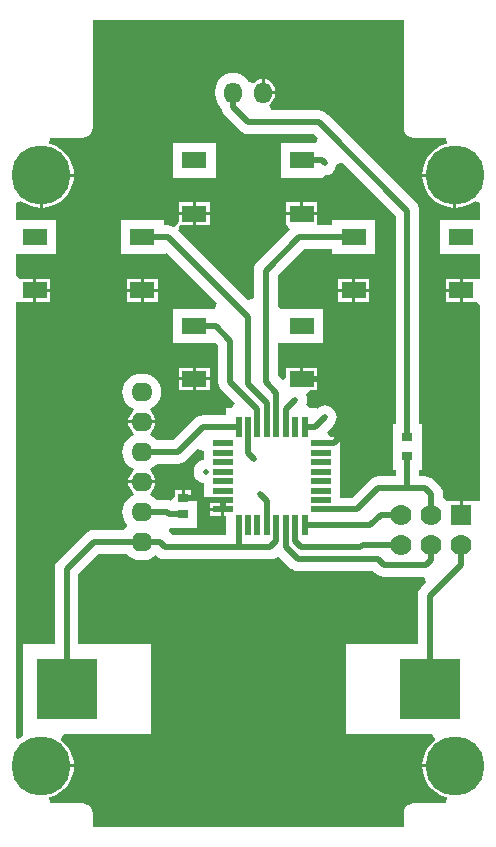
<source format=gtl>
%FSLAX25Y25*%
%MOIN*%
G70*
G01*
G75*
G04 Layer_Physical_Order=1*
G04 Layer_Color=255*
%ADD10R,0.20000X0.20000*%
%ADD11R,0.31200X0.31200*%
%ADD12R,0.03543X0.03150*%
%ADD13R,0.08268X0.05512*%
%ADD14R,0.02165X0.06693*%
%ADD15R,0.06693X0.02165*%
%ADD16C,0.01969*%
%ADD17O,0.07087X0.06299*%
%ADD18O,0.05906X0.07087*%
%ADD19C,0.19685*%
%ADD20C,0.07000*%
%ADD21R,0.07000X0.07000*%
%ADD22C,0.01969*%
G36*
X51842Y98425D02*
X51954Y97577D01*
X52281Y96787D01*
X52802Y96109D01*
X53480Y95588D01*
X54270Y95261D01*
X55118Y95149D01*
X66095D01*
X66326Y93194D01*
X65542Y93006D01*
X63967Y92354D01*
X62514Y91463D01*
X61218Y90356D01*
X60111Y89061D01*
X59221Y87608D01*
X58569Y86033D01*
X58171Y84376D01*
X58076Y83169D01*
X68898D01*
Y82677D01*
X69390D01*
Y71856D01*
X70597Y71951D01*
X72254Y72348D01*
X73828Y73001D01*
X75281Y73891D01*
X75645Y74202D01*
X77433Y73378D01*
Y67716D01*
X63976D01*
Y56299D01*
X77433D01*
Y48031D01*
X77433D01*
X76181D01*
X76041Y48031D01*
X76041Y48031D01*
X76041Y48031D01*
X71555D01*
Y44291D01*
Y40551D01*
X76041D01*
X76041Y40551D01*
X76041Y40551D01*
X76181Y40551D01*
X77433Y39300D01*
Y-25949D01*
X75508D01*
Y-25949D01*
X71516D01*
Y-30433D01*
X70531D01*
Y-25949D01*
X66539D01*
Y-25949D01*
X66386D01*
X64995Y-24557D01*
Y-23622D01*
X64859Y-22594D01*
X64463Y-21637D01*
X63832Y-20814D01*
X63832Y-20814D01*
X61863Y-18846D01*
X61041Y-18215D01*
X60083Y-17818D01*
X59055Y-17683D01*
X57121D01*
Y-15551D01*
X57874D01*
Y-9252D01*
Y-197D01*
X57121D01*
Y70866D01*
X56985Y71894D01*
X56589Y72852D01*
X55958Y73674D01*
X26430Y103202D01*
X25607Y103833D01*
X24650Y104229D01*
X23622Y104365D01*
X7749D01*
X7186Y105723D01*
X7014Y106229D01*
X7808Y106838D01*
X8439Y107660D01*
X8836Y108618D01*
X8971Y109646D01*
Y109744D01*
X5000D01*
Y110236D01*
X4508D01*
Y114733D01*
X3972Y114662D01*
X3015Y114266D01*
X2192Y113635D01*
X2174Y113611D01*
X1984Y113553D01*
X159Y113703D01*
X-66Y114124D01*
X-804Y115023D01*
X-1703Y115761D01*
X-2729Y116309D01*
X-3842Y116647D01*
X-5000Y116761D01*
X-6158Y116647D01*
X-7271Y116309D01*
X-8297Y115761D01*
X-9196Y115023D01*
X-9934Y114124D01*
X-10482Y113098D01*
X-10820Y111984D01*
X-10934Y110827D01*
Y109646D01*
X-10820Y108488D01*
X-10482Y107375D01*
X-9934Y106349D01*
X-9196Y105450D01*
X-8952Y105249D01*
X-8836Y104366D01*
X-8439Y103408D01*
X-7808Y102586D01*
X-2808Y97586D01*
X-2808D01*
X-2808Y97586D01*
X-2808Y97586D01*
Y97586D01*
X-1986Y96955D01*
X-1028Y96558D01*
X-908Y96542D01*
X0Y96423D01*
X0Y96423D01*
X21977D01*
X23274Y95126D01*
X22521Y93307D01*
X10827D01*
Y81890D01*
X25000D01*
Y82125D01*
X25591Y82643D01*
X26618Y82779D01*
X27576Y83175D01*
X28398Y83806D01*
X29030Y84629D01*
X29426Y85586D01*
X29530Y86373D01*
X30669Y86760D01*
X31527Y86873D01*
X49179Y69221D01*
Y-197D01*
X48425D01*
Y-9252D01*
Y-15551D01*
X49179D01*
Y-17683D01*
X43307D01*
X42279Y-17818D01*
X41322Y-18215D01*
X40499Y-18846D01*
X40499Y-18846D01*
X34576Y-24769D01*
X30512D01*
Y-24705D01*
Y-23327D01*
Y-20177D01*
Y-17028D01*
Y-13878D01*
Y-5807D01*
X28543D01*
Y-4626D01*
X27184D01*
X26430Y-2807D01*
X28398Y-839D01*
X28398Y-839D01*
X29030Y-17D01*
X29426Y941D01*
X29561Y1969D01*
X29426Y2996D01*
X29030Y3954D01*
X28398Y4776D01*
X27576Y5407D01*
X26618Y5804D01*
X25591Y5940D01*
X24563Y5804D01*
X23605Y5407D01*
X22956Y4910D01*
X22933Y4921D01*
Y4921D01*
X22933Y4921D01*
X20558D01*
X19464Y6558D01*
X19584Y6846D01*
X19599Y6966D01*
X19719Y7874D01*
X19584Y8902D01*
X19383Y9387D01*
X20237Y10665D01*
X20704Y11024D01*
X23031D01*
Y14272D01*
X17913D01*
Y14764D01*
X17421D01*
Y18504D01*
X12795D01*
Y15078D01*
X11513Y14547D01*
X9877Y15640D01*
Y26772D01*
X9877D01*
X10827D01*
X11268Y26772D01*
X11268Y26772D01*
X11268Y26772D01*
X25000D01*
Y38189D01*
X11268D01*
X11268Y38189D01*
X11268Y38189D01*
X10827Y38189D01*
X9877Y39139D01*
Y49143D01*
X18771Y58037D01*
X28150D01*
Y56299D01*
X42323D01*
Y67716D01*
X28150D01*
Y65979D01*
X23031D01*
Y65979D01*
Y66142D01*
X23031Y67371D01*
X23031Y67371D01*
X23031Y67371D01*
Y69390D01*
X12795D01*
Y66142D01*
X13072D01*
X13825Y64323D01*
X3098Y53595D01*
X2466Y52773D01*
X2070Y51815D01*
X1935Y50787D01*
Y41686D01*
X116Y40933D01*
X-23274Y64323D01*
X-23151Y64621D01*
X-23151Y64621D01*
X-22988Y65014D01*
X-22988D01*
X-22931Y65151D01*
X-22521Y66142D01*
X-21291Y66142D01*
D01*
X-18406D01*
Y69390D01*
X-23031D01*
Y67477D01*
D01*
X-23487Y66883D01*
D01*
X-24455Y65622D01*
D01*
X-24644Y65496D01*
X-24668Y65479D01*
Y65480D01*
X-24668Y65479D01*
X-25547Y65844D01*
X-26575Y65979D01*
X-28150D01*
Y67716D01*
X-42323D01*
Y56299D01*
X-28150D01*
X-28150Y56299D01*
Y56299D01*
X-26970Y56788D01*
X-10190Y40008D01*
X-10944Y38189D01*
X-25000D01*
Y26772D01*
X-10827D01*
X-10827Y26772D01*
Y26772D01*
X-10761Y26799D01*
X-9877Y25914D01*
Y13780D01*
X-9877Y13780D01*
X-9877D01*
X-9741Y12752D01*
X-9345Y11794D01*
X-8713Y10972D01*
X-4482Y6740D01*
X-5235Y4921D01*
X-7185D01*
Y2593D01*
X-15157D01*
X-15157Y2593D01*
X-16066Y2473D01*
X-16185Y2458D01*
X-17143Y2061D01*
X-17965Y1430D01*
X-17965Y1430D01*
X-24991Y-5596D01*
X-30404D01*
X-30703Y-5231D01*
X-31633Y-4468D01*
X-32693Y-3902D01*
X-32091Y-2515D01*
X-32091Y-2515D01*
X-32091D01*
X-31429Y-1652D01*
X-31012Y-646D01*
X-30935Y-59D01*
X-39931D01*
X-39854Y-646D01*
X-39438Y-1652D01*
X-38775Y-2515D01*
X-38775Y-2515D01*
X-38775D01*
X-38173Y-3902D01*
X-39233Y-4468D01*
X-40163Y-5231D01*
X-40925Y-6160D01*
X-41492Y-7220D01*
X-41841Y-8371D01*
X-41959Y-9567D01*
X-41841Y-10763D01*
X-41492Y-11913D01*
X-40925Y-12974D01*
X-40163Y-13903D01*
X-39233Y-14665D01*
X-38173Y-15232D01*
X-38173Y-15232D01*
X-38775Y-16619D01*
X-38775Y-16619D01*
X-38775D01*
X-39438Y-17482D01*
X-39854Y-18488D01*
X-39931Y-19075D01*
X-30935D01*
X-31012Y-18488D01*
X-31429Y-17482D01*
X-32091Y-16619D01*
X-32091Y-16619D01*
X-32091D01*
X-32693Y-15232D01*
X-32693D01*
Y-15232D01*
X-31633Y-14665D01*
X-30703Y-13903D01*
X-30404Y-13538D01*
X-23346D01*
X-22319Y-13403D01*
X-21361Y-13006D01*
X-20538Y-12375D01*
X-16582Y-8419D01*
X-14764Y-9172D01*
Y-12248D01*
X-15201Y-12306D01*
X-16159Y-12703D01*
X-16981Y-13334D01*
X-17612Y-14156D01*
X-18009Y-15114D01*
X-18144Y-16142D01*
X-18009Y-17169D01*
X-17612Y-18127D01*
X-16981Y-18950D01*
X-16159Y-19581D01*
X-15201Y-19977D01*
X-14764Y-20035D01*
X-14764Y-20035D01*
X-14764D01*
D01*
Y-23327D01*
Y-26476D01*
X-12795D01*
Y-27657D01*
Y-28248D01*
X-8465D01*
Y-28740D01*
X-7972D01*
Y-30807D01*
X-7185D01*
Y-37368D01*
X-25126D01*
X-26272Y-35767D01*
X-25958Y-34843D01*
X-16929D01*
Y-25787D01*
X-18898D01*
Y-25295D01*
X-21654D01*
Y-24803D01*
X-22146D01*
Y-22244D01*
X-24409D01*
Y-24659D01*
X-26046Y-25753D01*
X-26098Y-25731D01*
X-27126Y-25596D01*
X-30404D01*
X-30703Y-25231D01*
X-31633Y-24468D01*
X-32693Y-23902D01*
X-32091Y-22515D01*
X-32091Y-22515D01*
X-32091D01*
X-31429Y-21652D01*
X-31012Y-20646D01*
X-30935Y-20059D01*
X-39931D01*
X-39854Y-20646D01*
X-39438Y-21652D01*
X-38775Y-22515D01*
X-38775Y-22515D01*
X-38775D01*
X-38173Y-23902D01*
X-39233Y-24468D01*
X-40163Y-25231D01*
X-40925Y-26160D01*
X-41492Y-27220D01*
X-41841Y-28371D01*
X-41959Y-29567D01*
X-41841Y-30763D01*
X-41492Y-31914D01*
X-40925Y-32974D01*
X-40234Y-33816D01*
X-40426Y-34224D01*
X-41552Y-35596D01*
X-51378D01*
X-51378Y-35596D01*
X-52286Y-35715D01*
X-52406Y-35731D01*
X-53363Y-36128D01*
X-54186Y-36759D01*
X-54186Y-36759D01*
X-63308Y-45881D01*
X-63939Y-46703D01*
X-64336Y-47661D01*
X-64471Y-48689D01*
Y-73583D01*
X-75000D01*
Y-103583D01*
X-75000D01*
Y-104169D01*
X-76658Y-105231D01*
X-77433Y-104874D01*
Y40551D01*
X-77433D01*
X-76181D01*
X-76041Y40551D01*
X-76041Y40551D01*
X-76041Y40551D01*
X-71555D01*
Y44291D01*
Y48031D01*
X-76041D01*
X-76041Y48031D01*
X-76041Y48031D01*
X-76181Y48031D01*
X-77433Y49283D01*
Y56299D01*
X-63976D01*
Y67716D01*
X-77433D01*
Y73378D01*
X-75645Y74202D01*
X-75281Y73891D01*
X-73828Y73001D01*
X-72254Y72348D01*
X-70597Y71951D01*
X-69390Y71856D01*
Y82677D01*
X-68898D01*
Y83169D01*
X-58076D01*
X-58171Y84376D01*
X-58569Y86033D01*
X-59221Y87608D01*
X-60111Y89061D01*
X-61218Y90356D01*
X-62514Y91463D01*
X-63967Y92354D01*
X-65542Y93006D01*
X-66326Y93194D01*
X-66095Y95149D01*
X-55118D01*
X-54270Y95261D01*
X-53480Y95588D01*
X-52802Y96109D01*
X-52281Y96787D01*
X-51954Y97577D01*
X-51842Y98425D01*
Y134519D01*
X51842D01*
Y98425D01*
D02*
G37*
G36*
X-40163Y-43903D02*
X-39233Y-44665D01*
X-38173Y-45232D01*
X-37023Y-45581D01*
X-35827Y-45699D01*
X-35039D01*
X-33843Y-45581D01*
X-32693Y-45232D01*
X-31633Y-44665D01*
X-30703Y-43903D01*
X-30615Y-43898D01*
X-30367Y-44146D01*
X-29544Y-44778D01*
X-28587Y-45174D01*
X-27559Y-45310D01*
X7480D01*
X8508Y-45174D01*
X9466Y-44778D01*
X10007Y-44363D01*
X13727Y-48083D01*
X13727Y-48083D01*
X13727D01*
X13727Y-48083D01*
X13727D01*
X13727Y-48083D01*
Y-48083D01*
Y-48083D01*
D01*
D01*
X13727D01*
Y-48083D01*
X14550Y-48715D01*
X15508Y-49111D01*
X15627Y-49127D01*
X16535Y-49247D01*
X16535Y-49247D01*
X41662D01*
X42468Y-50052D01*
X43290Y-50683D01*
X44248Y-51080D01*
X45276Y-51215D01*
X58707D01*
X59461Y-53034D01*
X57692Y-54802D01*
X57061Y-55625D01*
X56664Y-56582D01*
X56529Y-57610D01*
Y-73582D01*
X32500D01*
Y-103582D01*
X61408D01*
X62351Y-105121D01*
X62465Y-105429D01*
X61218Y-106494D01*
X60111Y-107790D01*
X59221Y-109243D01*
X58569Y-110817D01*
X58171Y-112474D01*
X58076Y-113681D01*
X68898D01*
Y-114665D01*
X58076D01*
X58171Y-115872D01*
X58569Y-117529D01*
X59221Y-119104D01*
X60111Y-120557D01*
X61218Y-121853D01*
X62514Y-122959D01*
X63967Y-123850D01*
X65542Y-124502D01*
X66326Y-124690D01*
X66095Y-126645D01*
X55118D01*
X54270Y-126757D01*
X53480Y-127084D01*
X52802Y-127605D01*
X52281Y-128283D01*
X51954Y-129073D01*
X51842Y-129921D01*
Y-134519D01*
X-51842D01*
Y-129921D01*
X-51954Y-129073D01*
X-52281Y-128283D01*
X-52802Y-127605D01*
X-53480Y-127084D01*
X-54270Y-126757D01*
X-55118Y-126645D01*
X-66095D01*
X-66326Y-124690D01*
X-65542Y-124502D01*
X-63967Y-123850D01*
X-62514Y-122959D01*
X-61218Y-121853D01*
X-60111Y-120557D01*
X-59221Y-119104D01*
X-58569Y-117529D01*
X-58171Y-115872D01*
X-58076Y-114665D01*
X-68898D01*
Y-113681D01*
X-58076D01*
X-58171Y-112474D01*
X-58569Y-110817D01*
X-59221Y-109243D01*
X-60111Y-107790D01*
X-61218Y-106494D01*
X-62464Y-105429D01*
X-62350Y-105119D01*
X-61408Y-103583D01*
X-32500D01*
Y-73583D01*
X-56529D01*
Y-50334D01*
X-49733Y-43538D01*
X-40462D01*
X-40163Y-43903D01*
D02*
G37*
%LPC*%
G36*
X-35728Y43799D02*
X-40354D01*
Y40551D01*
X-35728D01*
Y43799D01*
D02*
G37*
G36*
X-65945D02*
X-70571D01*
Y40551D01*
X-65945D01*
Y43799D01*
D02*
G37*
G36*
X-30118D02*
X-34744D01*
Y40551D01*
X-30118D01*
Y43799D01*
D02*
G37*
G36*
X70571D02*
X65945D01*
Y40551D01*
X70571D01*
Y43799D01*
D02*
G37*
G36*
X40354D02*
X35728D01*
Y40551D01*
X40354D01*
Y43799D01*
D02*
G37*
G36*
X34744D02*
X30118D01*
Y40551D01*
X34744D01*
Y43799D01*
D02*
G37*
G36*
X23031Y18504D02*
X18406D01*
Y15256D01*
X23031D01*
Y18504D01*
D02*
G37*
G36*
X-35039Y16565D02*
X-35827D01*
X-37023Y16447D01*
X-38173Y16098D01*
X-39233Y15531D01*
X-40163Y14769D01*
X-40925Y13840D01*
X-41492Y12780D01*
X-41841Y11629D01*
X-41959Y10433D01*
X-41841Y9237D01*
X-41492Y8087D01*
X-40925Y7026D01*
X-40163Y6097D01*
X-39233Y5335D01*
X-38173Y4768D01*
X-38173Y4768D01*
X-38775Y3381D01*
X-38775Y3381D01*
X-38775D01*
X-39438Y2518D01*
X-39854Y1512D01*
X-39931Y925D01*
X-30935D01*
X-31012Y1512D01*
X-31429Y2518D01*
X-32091Y3381D01*
X-32091Y3381D01*
X-32091D01*
X-32693Y4768D01*
X-32693D01*
Y4768D01*
X-31633Y5335D01*
X-30703Y6097D01*
X-29941Y7026D01*
X-29374Y8087D01*
X-29025Y9237D01*
X-28907Y10433D01*
X-29025Y11629D01*
X-29374Y12780D01*
X-29941Y13840D01*
X-30703Y14769D01*
X-31633Y15531D01*
X-32693Y16098D01*
X-33843Y16447D01*
X-35039Y16565D01*
D02*
G37*
G36*
X-18898Y-22244D02*
X-21161D01*
Y-24311D01*
X-18898D01*
Y-22244D01*
D02*
G37*
G36*
X-8957Y-29232D02*
X-12795D01*
Y-30807D01*
X-8957D01*
Y-29232D01*
D02*
G37*
G36*
X-18406Y14272D02*
X-23031D01*
Y11024D01*
X-18406D01*
Y14272D01*
D02*
G37*
G36*
X-12795Y18504D02*
X-17421D01*
Y15256D01*
X-12795D01*
Y18504D01*
D02*
G37*
G36*
X-18406D02*
X-23031D01*
Y15256D01*
X-18406D01*
Y18504D01*
D02*
G37*
G36*
X-12795Y14272D02*
X-17421D01*
Y11024D01*
X-12795D01*
Y14272D01*
D02*
G37*
G36*
X23031Y73622D02*
X18406D01*
Y70374D01*
X23031D01*
Y73622D01*
D02*
G37*
G36*
X17421D02*
X12795D01*
Y70374D01*
X17421D01*
Y73622D01*
D02*
G37*
G36*
X-12795D02*
X-17421D01*
Y70374D01*
X-12795D01*
Y73622D01*
D02*
G37*
G36*
X-58076Y82185D02*
X-68405D01*
Y71856D01*
X-67199Y71951D01*
X-65542Y72348D01*
X-63967Y73001D01*
X-62514Y73891D01*
X-61218Y74998D01*
X-60111Y76294D01*
X-59221Y77747D01*
X-58569Y79321D01*
X-58171Y80978D01*
X-58076Y82185D01*
D02*
G37*
G36*
X5492Y114733D02*
Y110728D01*
X8971D01*
Y110827D01*
X8836Y111855D01*
X8439Y112812D01*
X7808Y113635D01*
X6985Y114266D01*
X6028Y114662D01*
X5492Y114733D01*
D02*
G37*
G36*
X-10827Y93307D02*
X-25000D01*
Y81890D01*
X-10827D01*
Y93307D01*
D02*
G37*
G36*
X68405Y82185D02*
X58076D01*
X58171Y80978D01*
X58569Y79321D01*
X59221Y77747D01*
X60111Y76294D01*
X61218Y74998D01*
X62514Y73891D01*
X63967Y73001D01*
X65542Y72348D01*
X67199Y71951D01*
X68405Y71856D01*
Y82185D01*
D02*
G37*
G36*
X-18406Y73622D02*
X-23031D01*
Y70374D01*
X-18406D01*
Y73622D01*
D02*
G37*
G36*
X-30118Y48031D02*
X-34744D01*
Y44783D01*
X-30118D01*
Y48031D01*
D02*
G37*
G36*
X-35728D02*
X-40354D01*
Y44783D01*
X-35728D01*
Y48031D01*
D02*
G37*
G36*
X-65945D02*
X-70571D01*
Y44783D01*
X-65945D01*
Y48031D01*
D02*
G37*
G36*
X34744D02*
X30118D01*
Y44783D01*
X34744D01*
Y48031D01*
D02*
G37*
G36*
X-12795Y69390D02*
X-17421D01*
Y66142D01*
X-12795D01*
Y69390D01*
D02*
G37*
G36*
X70571Y48031D02*
X65945D01*
Y44783D01*
X70571D01*
Y48031D01*
D02*
G37*
G36*
X40354D02*
X35728D01*
Y44783D01*
X40354D01*
Y48031D01*
D02*
G37*
%LPD*%
D10*
X-60500Y-88583D02*
D03*
X60500D02*
D03*
D11*
X0D02*
D03*
D12*
X53150Y-4724D02*
D03*
Y-11024D02*
D03*
X-21654Y-24803D02*
D03*
Y-30315D02*
D03*
D13*
X17913Y69882D02*
D03*
X-17913D02*
D03*
X17913Y87598D02*
D03*
X-17913D02*
D03*
X-35236Y44291D02*
D03*
X-71063D02*
D03*
X-35236Y62008D02*
D03*
X-71063D02*
D03*
X71063Y44291D02*
D03*
X35236D02*
D03*
X71063Y62008D02*
D03*
X35236D02*
D03*
X17913Y14764D02*
D03*
X-17913D02*
D03*
X17913Y32480D02*
D03*
X-17913D02*
D03*
D14*
X-3150Y-34055D02*
D03*
X0D02*
D03*
X3150D02*
D03*
X6299D02*
D03*
X9449D02*
D03*
X12598D02*
D03*
X15748D02*
D03*
X18898D02*
D03*
Y-1378D02*
D03*
X15748D02*
D03*
X12598D02*
D03*
X9449D02*
D03*
X6299D02*
D03*
X3150D02*
D03*
X0D02*
D03*
X-3150D02*
D03*
D15*
X24213Y-28740D02*
D03*
Y-25591D02*
D03*
Y-22441D02*
D03*
Y-19291D02*
D03*
Y-16142D02*
D03*
Y-12992D02*
D03*
Y-9843D02*
D03*
Y-6693D02*
D03*
X-8465D02*
D03*
Y-9843D02*
D03*
Y-12992D02*
D03*
Y-16142D02*
D03*
Y-19291D02*
D03*
Y-22441D02*
D03*
Y-25591D02*
D03*
Y-28740D02*
D03*
D16*
X0Y100394D02*
X23622D01*
X-35236Y62008D02*
X-26575D01*
X-5000Y105394D02*
Y110236D01*
X-60500Y-88583D02*
Y-48689D01*
X-51378Y-39567D01*
X-35433D01*
X-5000Y105394D02*
X0Y100394D01*
X40748Y-34055D02*
X44370Y-30433D01*
X51024D01*
X15748Y-39370D02*
Y-34055D01*
Y-39370D02*
X17717Y-41339D01*
X50118D02*
X51024Y-40433D01*
X43307Y-45276D02*
X45276Y-47244D01*
X59449D01*
X61024Y-45669D01*
Y-40433D01*
X71024Y-47087D02*
Y-40433D01*
X60500Y-57610D02*
X71024Y-47087D01*
X60500Y-88583D02*
Y-57610D01*
X6299Y-34055D02*
Y-25984D01*
X3937Y-23622D02*
X6299Y-25984D01*
X-8465Y-28740D02*
Y-25591D01*
X-21654Y-24803D02*
X-16535D01*
X-15748Y-25591D01*
X-8465D01*
X-3150Y-41339D02*
Y-34055D01*
X-35433Y-39567D02*
X-29331D01*
X-27559Y-41339D01*
X7480D02*
X9449Y-39370D01*
Y-34055D01*
X12598Y-41339D02*
Y-34055D01*
Y-41339D02*
X16535Y-45276D01*
X-15157Y-1378D02*
X-3150D01*
X-23346Y-9567D02*
X-15157Y-1378D01*
X-17913Y32480D02*
X-10827D01*
X-26575Y62008D02*
X0Y35433D01*
X-10827Y32480D02*
X-5906Y27559D01*
X0Y-9843D02*
Y-1378D01*
Y-9843D02*
X1969Y-11811D01*
X3150Y-1378D02*
Y4724D01*
X6299Y-1378D02*
Y6693D01*
X-35433Y-9567D02*
X-23346D01*
X-26378Y-30315D02*
X-21654D01*
X-26378Y-30315D02*
X-26378Y-30315D01*
X-27126Y-29567D02*
X-26378Y-30315D01*
X-35433Y-29567D02*
X-27126D01*
X-27559Y-41339D02*
X-3150D01*
X18898Y-34055D02*
X40748D01*
X24213Y-28740D02*
X36220D01*
X43307Y-21654D01*
X17717Y-41339D02*
X37402D01*
X38307Y-40433D01*
X51024D01*
X16535Y-45276D02*
X43307D01*
X0Y12992D02*
X6299Y6693D01*
X0Y12992D02*
Y35433D01*
X-5906Y13780D02*
X3150Y4724D01*
X-5906Y13780D02*
Y27559D01*
X9449Y-1378D02*
Y10236D01*
X5906Y13780D02*
X9449Y10236D01*
X5906Y13780D02*
Y50787D01*
X17126Y62008D01*
X35236D01*
X12598Y-1378D02*
Y4724D01*
X15748Y7874D01*
X17913Y87598D02*
X24606D01*
X25591Y86614D01*
X23622Y100394D02*
X53150Y70866D01*
Y-4724D02*
Y70866D01*
X18898Y-1378D02*
X22244D01*
X25591Y1969D01*
X-3150Y-41339D02*
X3937D01*
X7480D01*
X24213Y-6693D02*
X28740D01*
X33465Y-1969D01*
Y9843D01*
X28543Y14764D02*
X33465Y9843D01*
X17913Y14764D02*
X28543D01*
X53150Y-21654D02*
Y-11024D01*
X43307Y-21654D02*
X53150D01*
X59055D01*
X61024Y-23622D01*
Y-30433D02*
Y-23622D01*
D17*
X-35433Y-19567D02*
D03*
Y-29567D02*
D03*
Y-9567D02*
D03*
Y433D02*
D03*
Y10433D02*
D03*
Y-39567D02*
D03*
D18*
X-5000Y110236D02*
D03*
X5000D02*
D03*
D19*
X-68898Y-114173D02*
D03*
X68898D02*
D03*
Y82677D02*
D03*
X-68898D02*
D03*
D20*
X51024Y-30433D02*
D03*
X61024D02*
D03*
X71024Y-40433D02*
D03*
X61024D02*
D03*
X51024D02*
D03*
D21*
X71024Y-30433D02*
D03*
D22*
X3937Y-23622D02*
D03*
X-14173Y-16142D02*
D03*
X-26378Y-30315D02*
D03*
X1969Y-11811D02*
D03*
X15748Y7874D02*
D03*
X25591Y86614D02*
D03*
Y1969D02*
D03*
X3937Y-41339D02*
D03*
M02*

</source>
